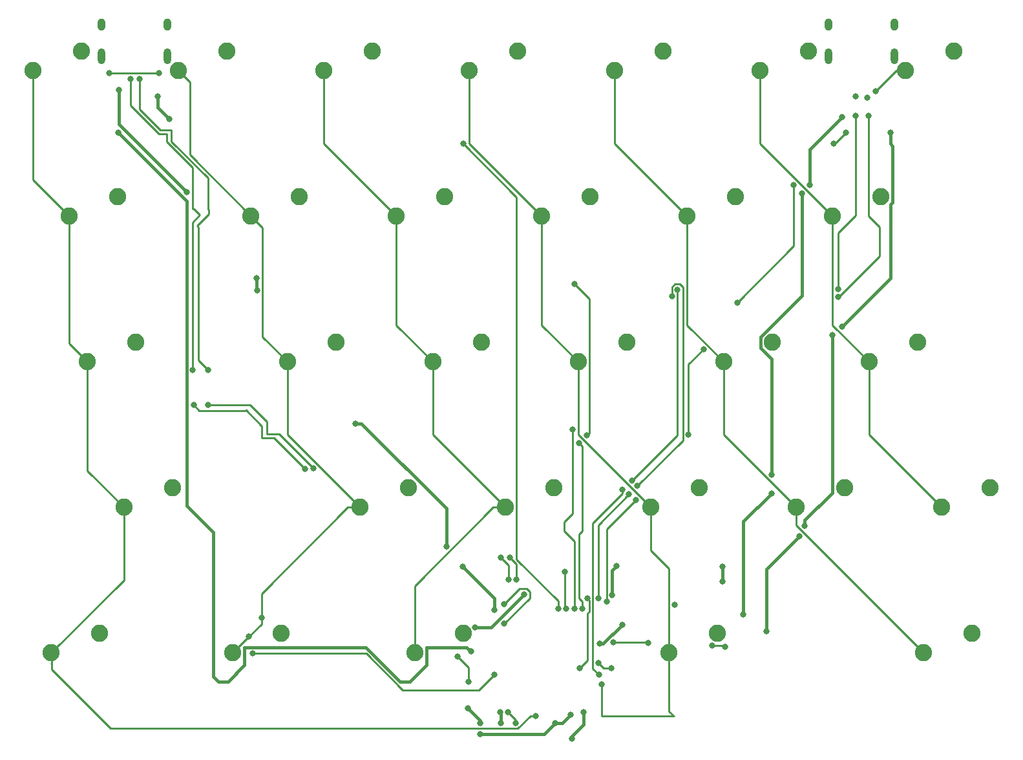
<source format=gbr>
%TF.GenerationSoftware,KiCad,Pcbnew,(5.1.10-1-10_14)*%
%TF.CreationDate,2022-06-17T20:08:22+09:00*%
%TF.ProjectId,pcb-left,7063622d-6c65-4667-942e-6b696361645f,rev?*%
%TF.SameCoordinates,Original*%
%TF.FileFunction,Copper,L1,Top*%
%TF.FilePolarity,Positive*%
%FSLAX46Y46*%
G04 Gerber Fmt 4.6, Leading zero omitted, Abs format (unit mm)*
G04 Created by KiCad (PCBNEW (5.1.10-1-10_14)) date 2022-06-17 20:08:22*
%MOMM*%
%LPD*%
G01*
G04 APERTURE LIST*
%TA.AperFunction,ComponentPad*%
%ADD10C,2.250000*%
%TD*%
%TA.AperFunction,ComponentPad*%
%ADD11O,1.000000X2.100000*%
%TD*%
%TA.AperFunction,ComponentPad*%
%ADD12O,1.000000X1.600000*%
%TD*%
%TA.AperFunction,ViaPad*%
%ADD13C,0.800000*%
%TD*%
%TA.AperFunction,Conductor*%
%ADD14C,0.254000*%
%TD*%
%TA.AperFunction,Conductor*%
%ADD15C,0.381000*%
%TD*%
%TA.AperFunction,Conductor*%
%ADD16C,0.250000*%
%TD*%
G04 APERTURE END LIST*
D10*
%TO.P,MX19,2*%
%TO.N,Net-(D19-Pad2)*%
X125571250Y-97313750D03*
%TO.P,MX19,1*%
%TO.N,col3*%
X119221250Y-99853750D03*
%TD*%
%TO.P,MX28,2*%
%TO.N,Net-(D28-Pad2)*%
X154146250Y-78263750D03*
%TO.P,MX28,1*%
%TO.N,col5*%
X147796250Y-80803750D03*
%TD*%
%TO.P,MX27,2*%
%TO.N,Net-(D27-Pad2)*%
X149383750Y-59213750D03*
%TO.P,MX27,1*%
%TO.N,col5*%
X143033750Y-61753750D03*
%TD*%
%TO.P,MX30,2*%
%TO.N,Net-(D30-Pad2)*%
X158908750Y-40163750D03*
%TO.P,MX30,1*%
%TO.N,col6*%
X152558750Y-42703750D03*
%TD*%
%TO.P,MX20,2*%
%TO.N,Net-(D20-Pad2)*%
X127952500Y-116363750D03*
%TO.P,MX20,1*%
%TO.N,col3*%
X121602500Y-118903750D03*
%TD*%
%TO.P,MX15,2*%
%TO.N,Net-(D15-Pad2)*%
X94615000Y-116363750D03*
%TO.P,MX15,1*%
%TO.N,col2*%
X88265000Y-118903750D03*
%TD*%
%TO.P,MX21,2*%
%TO.N,Net-(D21-Pad2)*%
X120808750Y-40163750D03*
%TO.P,MX21,1*%
%TO.N,col4*%
X114458750Y-42703750D03*
%TD*%
D11*
%TO.P,USB2,13*%
%TO.N,GND*%
X142492000Y-40816000D03*
X151132000Y-40816000D03*
D12*
X142492000Y-36636000D03*
X151132000Y-36636000D03*
%TD*%
D11*
%TO.P,USB1,13*%
%TO.N,GND*%
X47242000Y-40816000D03*
X55882000Y-40816000D03*
D12*
X47242000Y-36636000D03*
X55882000Y-36636000D03*
%TD*%
D10*
%TO.P,MX29,2*%
%TO.N,Net-(D29-Pad2)*%
X163671250Y-97313750D03*
%TO.P,MX29,1*%
%TO.N,col5*%
X157321250Y-99853750D03*
%TD*%
%TO.P,MX26,2*%
%TO.N,Net-(D26-Pad2)*%
X139858750Y-40163750D03*
%TO.P,MX26,1*%
%TO.N,col5*%
X133508750Y-42703750D03*
%TD*%
%TO.P,MX25,2*%
%TO.N,Net-(D25-Pad2)*%
X161290000Y-116363750D03*
%TO.P,MX25,1*%
%TO.N,col4*%
X154940000Y-118903750D03*
%TD*%
%TO.P,MX24,2*%
%TO.N,Net-(D24-Pad2)*%
X144621250Y-97313750D03*
%TO.P,MX24,1*%
%TO.N,col4*%
X138271250Y-99853750D03*
%TD*%
%TO.P,MX23,2*%
%TO.N,Net-(D23-Pad2)*%
X135096250Y-78263750D03*
%TO.P,MX23,1*%
%TO.N,col4*%
X128746250Y-80803750D03*
%TD*%
%TO.P,MX22,2*%
%TO.N,Net-(D22-Pad2)*%
X130333750Y-59213750D03*
%TO.P,MX22,1*%
%TO.N,col4*%
X123983750Y-61753750D03*
%TD*%
%TO.P,MX18,2*%
%TO.N,Net-(D18-Pad2)*%
X116046250Y-78263750D03*
%TO.P,MX18,1*%
%TO.N,col3*%
X109696250Y-80803750D03*
%TD*%
%TO.P,MX17,2*%
%TO.N,Net-(D17-Pad2)*%
X111283750Y-59213750D03*
%TO.P,MX17,1*%
%TO.N,col3*%
X104933750Y-61753750D03*
%TD*%
%TO.P,MX16,2*%
%TO.N,Net-(D16-Pad2)*%
X101758750Y-40163750D03*
%TO.P,MX16,1*%
%TO.N,col3*%
X95408750Y-42703750D03*
%TD*%
%TO.P,MX14,2*%
%TO.N,Net-(D14-Pad2)*%
X106521250Y-97313750D03*
%TO.P,MX14,1*%
%TO.N,col2*%
X100171250Y-99853750D03*
%TD*%
%TO.P,MX13,2*%
%TO.N,Net-(D13-Pad2)*%
X96996250Y-78263750D03*
%TO.P,MX13,1*%
%TO.N,col2*%
X90646250Y-80803750D03*
%TD*%
%TO.P,MX12,2*%
%TO.N,Net-(D12-Pad2)*%
X92233750Y-59213750D03*
%TO.P,MX12,1*%
%TO.N,col2*%
X85883750Y-61753750D03*
%TD*%
%TO.P,MX11,2*%
%TO.N,Net-(D11-Pad2)*%
X82708750Y-40163750D03*
%TO.P,MX11,1*%
%TO.N,col2*%
X76358750Y-42703750D03*
%TD*%
%TO.P,MX10,2*%
%TO.N,Net-(D10-Pad2)*%
X70802500Y-116363750D03*
%TO.P,MX10,1*%
%TO.N,col1*%
X64452500Y-118903750D03*
%TD*%
%TO.P,MX9,2*%
%TO.N,Net-(D9-Pad2)*%
X87471250Y-97313750D03*
%TO.P,MX9,1*%
%TO.N,col1*%
X81121250Y-99853750D03*
%TD*%
%TO.P,MX8,2*%
%TO.N,Net-(D8-Pad2)*%
X77946250Y-78263750D03*
%TO.P,MX8,1*%
%TO.N,col1*%
X71596250Y-80803750D03*
%TD*%
%TO.P,MX7,2*%
%TO.N,Net-(D7-Pad2)*%
X73183750Y-59213750D03*
%TO.P,MX7,1*%
%TO.N,col1*%
X66833750Y-61753750D03*
%TD*%
%TO.P,MX6,2*%
%TO.N,Net-(D6-Pad2)*%
X63658750Y-40163750D03*
%TO.P,MX6,1*%
%TO.N,col1*%
X57308750Y-42703750D03*
%TD*%
%TO.P,MX5,2*%
%TO.N,Net-(D5-Pad2)*%
X46990000Y-116363750D03*
%TO.P,MX5,1*%
%TO.N,col0*%
X40640000Y-118903750D03*
%TD*%
%TO.P,MX4,2*%
%TO.N,Net-(D4-Pad2)*%
X56515000Y-97313750D03*
%TO.P,MX4,1*%
%TO.N,col0*%
X50165000Y-99853750D03*
%TD*%
%TO.P,MX3,2*%
%TO.N,Net-(D3-Pad2)*%
X51752500Y-78263750D03*
%TO.P,MX3,1*%
%TO.N,col0*%
X45402500Y-80803750D03*
%TD*%
%TO.P,MX2,2*%
%TO.N,Net-(D2-Pad2)*%
X49371250Y-59213750D03*
%TO.P,MX2,1*%
%TO.N,col0*%
X43021250Y-61753750D03*
%TD*%
%TO.P,MX1,2*%
%TO.N,Net-(D1-Pad2)*%
X44608750Y-40163750D03*
%TO.P,MX1,1*%
%TO.N,col0*%
X38258750Y-42703750D03*
%TD*%
D13*
%TO.N,GND*%
X48260000Y-43053000D03*
X54737000Y-43053000D03*
X54627817Y-46083183D03*
X56134000Y-49022000D03*
X49403000Y-50800000D03*
X95631000Y-118761926D03*
X110363000Y-126654849D03*
X102616000Y-111252000D03*
X96144929Y-115566912D03*
X150622000Y-50836000D03*
X144244903Y-76227097D03*
X143002000Y-77343000D03*
X139371278Y-102309722D03*
X138663472Y-103652528D03*
X134375490Y-116087490D03*
X99568000Y-128104849D03*
X99456997Y-126654849D03*
X108876866Y-130175000D03*
%TO.N,+5V*%
X106680000Y-128104849D03*
X115493673Y-115208106D03*
X112522000Y-117729000D03*
X144272000Y-48768000D03*
X140022153Y-57716847D03*
X138996847Y-58742153D03*
X135037403Y-95594597D03*
X135001000Y-98044000D03*
X131318000Y-113919000D03*
X49530000Y-45212000D03*
X58420000Y-58610500D03*
X67564000Y-69886000D03*
X67599849Y-71437500D03*
X80518000Y-88900000D03*
X92417852Y-104990852D03*
X94551500Y-107604849D03*
X98727501Y-113301499D03*
X108719717Y-127025061D03*
X122329500Y-112620500D03*
X96837500Y-129558850D03*
X96837500Y-128104849D03*
X95250000Y-126206250D03*
X128587500Y-107604849D03*
X128587500Y-109537500D03*
X114138000Y-111379000D03*
X114709501Y-107540499D03*
%TO.N,Net-(C5-Pad1)*%
X114046000Y-120904000D03*
X112325433Y-120211567D03*
%TO.N,row0*%
X107079661Y-113164921D03*
X94615000Y-52286000D03*
%TO.N,row1*%
X109220000Y-70612000D03*
X110843903Y-90451097D03*
X109818597Y-91476403D03*
X110236000Y-113111354D03*
%TO.N,row2*%
X108967000Y-89661000D03*
X109220000Y-113091998D03*
%TO.N,row3*%
X107950000Y-108331000D03*
X108077000Y-113091998D03*
%TO.N,col0*%
X104128382Y-127202118D03*
%TO.N,col1*%
X68199000Y-114300000D03*
X98669524Y-121742001D03*
X67056000Y-118966809D03*
X66563875Y-116792375D03*
%TO.N,col2*%
X93890000Y-119380000D03*
X95340000Y-122682000D03*
%TO.N,col3*%
X112803048Y-123002913D03*
%TO.N,col6*%
X113411000Y-112204500D03*
X117216347Y-98874153D03*
X124136001Y-90386000D03*
X126106347Y-79189153D03*
X130556000Y-73062986D03*
X137949097Y-57694403D03*
X143192500Y-52286000D03*
X144780000Y-50800000D03*
X148651739Y-45402500D03*
%TO.N,SD-*%
X146050000Y-46101000D03*
X146050000Y-48641000D03*
X143758750Y-71336000D03*
X122682000Y-71374000D03*
X116749403Y-96356597D03*
X115443000Y-97536000D03*
X112395000Y-121793000D03*
%TO.N,SD+*%
X147574000Y-46228000D03*
X147701000Y-48641000D03*
X143764413Y-72335986D03*
X121955000Y-72263000D03*
X117456511Y-97063705D03*
X116332000Y-98171000D03*
X112325432Y-111753749D03*
X110871432Y-111753749D03*
X109855000Y-120904000D03*
%TO.N,D-*%
X59182000Y-81915000D03*
X51054000Y-43815000D03*
%TO.N,Net-(R5-Pad1)*%
X100599997Y-109347000D03*
X99568000Y-106426000D03*
X73914000Y-94869000D03*
X59309000Y-86487000D03*
%TO.N,D+*%
X52197000Y-43815000D03*
X61214000Y-81915000D03*
%TO.N,Net-(R6-Pad1)*%
X61214000Y-86487000D03*
X75020597Y-94778403D03*
X100711000Y-106426000D03*
X101600000Y-109347000D03*
%TO.N,Net-(R7-Pad2)*%
X114322357Y-117497358D03*
X118872000Y-117602000D03*
X127227500Y-117974654D03*
X128905000Y-118110000D03*
%TO.N,Net-(R8-Pad2)*%
X101473000Y-128104849D03*
X100457000Y-126654849D03*
%TO.N,Net-(R9-Pad2)*%
X100012500Y-112510999D03*
X100012500Y-115093750D03*
%TD*%
D14*
%TO.N,GND*%
X48260000Y-43053000D02*
X54737000Y-43053000D01*
D15*
X54627817Y-47515817D02*
X56134000Y-49022000D01*
X54627817Y-46083183D02*
X54627817Y-47515817D01*
X89780501Y-118176309D02*
X95045383Y-118176309D01*
X89780501Y-120531191D02*
X89780501Y-118176309D01*
X86387559Y-122709251D02*
X87602441Y-122709251D01*
X87602441Y-122709251D02*
X89780501Y-120531191D01*
X65968001Y-118176309D02*
X81854617Y-118176309D01*
X65968001Y-120531191D02*
X65968001Y-118176309D01*
X81854617Y-118176309D02*
X86387559Y-122709251D01*
X49403000Y-50800000D02*
X58391499Y-59788499D01*
X58391499Y-99630085D02*
X61916999Y-103155585D01*
X61916999Y-103155585D02*
X61916999Y-122051191D01*
X62575059Y-122709251D02*
X63789941Y-122709251D01*
X95045383Y-118176309D02*
X95631000Y-118761926D01*
X61916999Y-122051191D02*
X62575059Y-122709251D01*
X63789941Y-122709251D02*
X65968001Y-120531191D01*
X58391499Y-59788499D02*
X58391499Y-99630085D01*
X98301088Y-115566912D02*
X96144929Y-115566912D01*
X102616000Y-111252000D02*
X98301088Y-115566912D01*
X150622000Y-50836000D02*
X150622000Y-52286000D01*
X150899251Y-52563251D02*
X150899251Y-59941191D01*
X150622000Y-52286000D02*
X150899251Y-52563251D01*
X150622000Y-69850000D02*
X144244903Y-76227097D01*
X150622000Y-60218442D02*
X150622000Y-69850000D01*
X150899251Y-59941191D02*
X150622000Y-60218442D01*
X143002000Y-77343000D02*
X143002000Y-88936000D01*
X139371278Y-101574808D02*
X139371278Y-102309722D01*
X143002000Y-97944086D02*
X139371278Y-101574808D01*
X143002000Y-88936000D02*
X143002000Y-97944086D01*
X138663472Y-103652528D02*
X134375490Y-107940510D01*
X134375490Y-107940510D02*
X134375490Y-116087490D01*
X99568000Y-126765852D02*
X99456997Y-126654849D01*
X99568000Y-128104849D02*
X99568000Y-126765852D01*
X110363000Y-128315546D02*
X108876866Y-129801680D01*
X110363000Y-126654849D02*
X110363000Y-128315546D01*
%TO.N,+5V*%
X112972779Y-117729000D02*
X112522000Y-117729000D01*
X115493673Y-115208106D02*
X112972779Y-117729000D01*
X140022153Y-53017847D02*
X140022153Y-57716847D01*
X144272000Y-48768000D02*
X140022153Y-53017847D01*
X135037403Y-80447845D02*
X135037403Y-95594597D01*
X133580749Y-78991191D02*
X135037403Y-80447845D01*
X133580749Y-77536309D02*
X133580749Y-78991191D01*
X138996847Y-72120211D02*
X133580749Y-77536309D01*
X138996847Y-58742153D02*
X138996847Y-72120211D01*
X135001000Y-98044000D02*
X131341500Y-101703500D01*
X131341500Y-113895500D02*
X131318000Y-113919000D01*
X131341500Y-101703500D02*
X131341500Y-113895500D01*
X49530000Y-49720500D02*
X58420000Y-58610500D01*
X49530000Y-45212000D02*
X49530000Y-49720500D01*
X67564000Y-71401651D02*
X67599849Y-71437500D01*
X67564000Y-69886000D02*
X67564000Y-71401651D01*
X92417852Y-100017410D02*
X92417852Y-104990852D01*
X81300442Y-88900000D02*
X92417852Y-100017410D01*
X80518000Y-88900000D02*
X81300442Y-88900000D01*
X98727501Y-111780850D02*
X98727501Y-113301499D01*
X94551500Y-107604849D02*
X98727501Y-111780850D01*
X107639929Y-128104849D02*
X108719717Y-127025061D01*
X106680000Y-128104849D02*
X107639929Y-128104849D01*
X105225999Y-129558850D02*
X96837500Y-129558850D01*
X106680000Y-128104849D02*
X105225999Y-129558850D01*
X96837500Y-127793750D02*
X95250000Y-126206250D01*
X96837500Y-128104849D02*
X96837500Y-127793750D01*
X128587500Y-107604849D02*
X128587500Y-109537500D01*
X114138000Y-108112000D02*
X114709501Y-107540499D01*
X114138000Y-111379000D02*
X114138000Y-108112000D01*
D14*
%TO.N,Net-(C5-Pad1)*%
X113017866Y-120904000D02*
X112325433Y-120211567D01*
X114046000Y-120904000D02*
X113017866Y-120904000D01*
%TO.N,row0*%
X101623251Y-106696184D02*
X101623251Y-59294251D01*
X107079661Y-112152594D02*
X101623251Y-106696184D01*
X101623251Y-59294251D02*
X94615000Y-52286000D01*
X107079661Y-113164921D02*
X107079661Y-112152594D01*
%TO.N,row1*%
X111148251Y-90146749D02*
X110843903Y-90451097D01*
X111148251Y-72540251D02*
X111148251Y-90146749D01*
X109220000Y-70612000D02*
X111148251Y-72540251D01*
X110263251Y-102970711D02*
X109836170Y-103397792D01*
X110263251Y-91921057D02*
X110263251Y-102970711D01*
X109818597Y-91476403D02*
X110263251Y-91921057D01*
X109836170Y-111794449D02*
X109836170Y-103397792D01*
X110236000Y-112194279D02*
X109836170Y-111794449D01*
X110236000Y-113111354D02*
X110236000Y-112194279D01*
%TO.N,row2*%
X107859249Y-101816789D02*
X108967000Y-100709038D01*
X107859249Y-102970711D02*
X107859249Y-101816789D01*
X108967000Y-100709038D02*
X108967000Y-89661000D01*
X109220000Y-104331462D02*
X107859249Y-102970711D01*
X109220000Y-113091998D02*
X109220000Y-104331462D01*
%TO.N,row3*%
X107950000Y-112964998D02*
X107823000Y-113091998D01*
X107950000Y-108331000D02*
X107950000Y-112964998D01*
D16*
%TO.N,col0*%
X38258750Y-56991250D02*
X43021250Y-61753750D01*
X38258750Y-42703750D02*
X38258750Y-56991250D01*
X43021250Y-78422500D02*
X45402500Y-80803750D01*
X43021250Y-61753750D02*
X43021250Y-78422500D01*
X45402500Y-95091250D02*
X50165000Y-99853750D01*
X45402500Y-80803750D02*
X45402500Y-95091250D01*
X50165000Y-109378750D02*
X40640000Y-118903750D01*
X50165000Y-99853750D02*
X50165000Y-109378750D01*
D14*
X104128382Y-127202118D02*
X103429882Y-127202118D01*
X48403166Y-128831850D02*
X40703500Y-121132184D01*
X101800150Y-128831850D02*
X48403166Y-128831850D01*
X103429882Y-127202118D02*
X101800150Y-128831850D01*
X40703500Y-120396000D02*
X40663251Y-120355751D01*
X40703500Y-121132184D02*
X40703500Y-120396000D01*
X40703500Y-118967250D02*
X40640000Y-118903750D01*
X40703500Y-120396000D02*
X40703500Y-118967250D01*
D16*
%TO.N,col1*%
X79530260Y-99853750D02*
X81121250Y-99853750D01*
X68200151Y-111183859D02*
X79530260Y-99853750D01*
X71596250Y-90328750D02*
X71596250Y-80803750D01*
X81121250Y-99853750D02*
X71596250Y-90328750D01*
X68324849Y-63244849D02*
X66833750Y-61753750D01*
X68324849Y-77532349D02*
X68324849Y-63244849D01*
X71596250Y-80803750D02*
X68324849Y-77532349D01*
X58799849Y-44194849D02*
X57308750Y-42703750D01*
X58799849Y-53719849D02*
X58799849Y-44194849D01*
X66833750Y-61753750D02*
X58799849Y-53719849D01*
D14*
X68200151Y-114298849D02*
X68199000Y-114300000D01*
D16*
X68200151Y-115156099D02*
X68200151Y-114298849D01*
X68200151Y-114298849D02*
X68200151Y-111183859D01*
D14*
X81913249Y-118966809D02*
X67056000Y-118966809D01*
X86711091Y-123764651D02*
X81913249Y-118966809D01*
X96646874Y-123764651D02*
X86711091Y-123764651D01*
X98669524Y-121742001D02*
X96646874Y-123764651D01*
D16*
X66563875Y-116792375D02*
X68200151Y-115156099D01*
X64452500Y-118903750D02*
X66563875Y-116792375D01*
%TO.N,col2*%
X76358750Y-52228750D02*
X85883750Y-61753750D01*
X76358750Y-42703750D02*
X76358750Y-52228750D01*
X85883750Y-76041250D02*
X90646250Y-80803750D01*
X85883750Y-61753750D02*
X85883750Y-76041250D01*
X90646250Y-90328750D02*
X100171250Y-99853750D01*
X90646250Y-80803750D02*
X90646250Y-90328750D01*
X88265000Y-110169010D02*
X88265000Y-118903750D01*
X98580260Y-99853750D02*
X88265000Y-110169010D01*
X100171250Y-99853750D02*
X98580260Y-99853750D01*
D14*
X95340000Y-120830000D02*
X95340000Y-122682000D01*
X93890000Y-119380000D02*
X95340000Y-120830000D01*
D16*
%TO.N,col3*%
X95408750Y-52228750D02*
X104933750Y-61753750D01*
X95408750Y-42703750D02*
X95408750Y-52228750D01*
X104933750Y-76041250D02*
X109696250Y-80803750D01*
X104933750Y-61753750D02*
X104933750Y-76041250D01*
X109696250Y-90328750D02*
X119221250Y-99853750D01*
X109696250Y-80803750D02*
X109696250Y-90328750D01*
D14*
X121602500Y-107886500D02*
X119221250Y-105505250D01*
X121602500Y-118903750D02*
X121602500Y-107886500D01*
D16*
X119221250Y-99853750D02*
X119221250Y-105505250D01*
D14*
X112803048Y-123002913D02*
X112803048Y-127214397D01*
X112803048Y-127214397D02*
X122261397Y-127214397D01*
X121602500Y-126555500D02*
X121602500Y-118903750D01*
X122261397Y-127214397D02*
X121602500Y-126555500D01*
D16*
%TO.N,col4*%
X114458750Y-52228750D02*
X123983750Y-61753750D01*
X114458750Y-42703750D02*
X114458750Y-52228750D01*
X123983750Y-76041250D02*
X128746250Y-80803750D01*
X123983750Y-61753750D02*
X123983750Y-76041250D01*
X128746250Y-90328750D02*
X138271250Y-99853750D01*
X128746250Y-80803750D02*
X128746250Y-90328750D01*
X138271250Y-102235000D02*
X154940000Y-118903750D01*
X138271250Y-99853750D02*
X138271250Y-102235000D01*
%TO.N,col5*%
X133508750Y-52228750D02*
X143033750Y-61753750D01*
X133508750Y-42703750D02*
X133508750Y-52228750D01*
X143033750Y-76041250D02*
X147796250Y-80803750D01*
X143033750Y-61753750D02*
X143033750Y-76041250D01*
X147796250Y-90328750D02*
X147796250Y-80803750D01*
X157321250Y-99853750D02*
X147796250Y-90328750D01*
D14*
%TO.N,col6*%
X113411000Y-102679500D02*
X117216347Y-98874153D01*
X113411000Y-112204500D02*
X113411000Y-102679500D01*
X124136001Y-81159499D02*
X126106347Y-79189153D01*
X124136001Y-90386000D02*
X124136001Y-81159499D01*
X137949097Y-65669889D02*
X137949097Y-57694403D01*
X130556000Y-73062986D02*
X137949097Y-65669889D01*
X143294000Y-52286000D02*
X144780000Y-50800000D01*
X143192500Y-52286000D02*
X143294000Y-52286000D01*
X151350489Y-42703750D02*
X152558750Y-42703750D01*
X148651739Y-45402500D02*
X151350489Y-42703750D01*
%TO.N,SD-*%
X146079909Y-46071091D02*
X146050000Y-46101000D01*
X143758750Y-63943816D02*
X143758750Y-71336000D01*
X146050000Y-61652566D02*
X143758750Y-63943816D01*
X146050000Y-48641000D02*
X146050000Y-61652566D01*
X122682000Y-90424000D02*
X116749403Y-96356597D01*
X122682000Y-71374000D02*
X122682000Y-90424000D01*
X111598432Y-120996432D02*
X112395000Y-121793000D01*
X111598432Y-101946253D02*
X111598432Y-120996432D01*
X115443000Y-98101685D02*
X111598432Y-101946253D01*
X115443000Y-97536000D02*
X115443000Y-98101685D01*
X145846216Y-45897216D02*
X146050000Y-46101000D01*
%TO.N,SD+*%
X147572721Y-46226721D02*
X147574000Y-46228000D01*
X143834726Y-72335986D02*
X143764413Y-72335986D01*
X147701000Y-61716066D02*
X149164651Y-63179717D01*
X149164651Y-67006061D02*
X143834726Y-72335986D01*
X149164651Y-63179717D02*
X149164651Y-67006061D01*
X147701000Y-48641000D02*
X147701000Y-61716066D01*
X123409001Y-91111215D02*
X117456511Y-97063705D01*
X123409001Y-71025039D02*
X123409001Y-91111215D01*
X123030961Y-70646999D02*
X123409001Y-71025039D01*
X122333039Y-70646999D02*
X123030961Y-70646999D01*
X121955000Y-71025038D02*
X122333039Y-70646999D01*
X121955000Y-72263000D02*
X121955000Y-71025038D01*
X112325432Y-102177568D02*
X112325432Y-111753749D01*
X116332000Y-98171000D02*
X112325432Y-102177568D01*
X110871432Y-119887568D02*
X109855000Y-120904000D01*
X110934932Y-113728068D02*
X111144422Y-113518578D01*
X110871432Y-113728068D02*
X110934932Y-113728068D01*
X110871432Y-113728068D02*
X110871432Y-119887568D01*
X111144422Y-112026739D02*
X110871432Y-111753749D01*
X111144422Y-113518578D02*
X111144422Y-112026739D01*
%TO.N,D-*%
X54769075Y-50970379D02*
X51054000Y-47255304D01*
X51054000Y-47255304D02*
X51054000Y-43815000D01*
X55779098Y-51980402D02*
X55779098Y-50970379D01*
X55779098Y-50970379D02*
X54769075Y-50970379D01*
X59182000Y-55383304D02*
X55779098Y-51980402D01*
X59182000Y-60769500D02*
X59309000Y-60769500D01*
X59182000Y-60769500D02*
X59182000Y-55383304D01*
X59309000Y-60769500D02*
X60134500Y-61595000D01*
X60134500Y-61595000D02*
X59182000Y-62547500D01*
X59182000Y-81915000D02*
X59182000Y-62547500D01*
%TO.N,Net-(R5-Pad1)*%
X100599997Y-107457997D02*
X99568000Y-106426000D01*
X100599997Y-109347000D02*
X100599997Y-107457997D01*
X68262500Y-90805000D02*
X69850000Y-90805000D01*
X68262500Y-89217500D02*
X68262500Y-90805000D01*
X66167000Y-87122000D02*
X68262500Y-89217500D01*
X60036001Y-87214001D02*
X66074999Y-87214001D01*
X66074999Y-87214001D02*
X66167000Y-87122000D01*
X69850000Y-90805000D02*
X73914000Y-94869000D01*
X59309000Y-86487000D02*
X60036001Y-87214001D01*
%TO.N,D+*%
X52197000Y-43815000D02*
X52197000Y-47756238D01*
X56417631Y-51976869D02*
X56417631Y-50512131D01*
X56417631Y-51976869D02*
X61214000Y-56773238D01*
X56417631Y-50512131D02*
X56413393Y-50516369D01*
X56413393Y-50516369D02*
X54957131Y-50516369D01*
X52197000Y-47756238D02*
X54957131Y-50516369D01*
X61214000Y-60896500D02*
X61277500Y-60896500D01*
X61214000Y-56773238D02*
X61214000Y-60896500D01*
X61277500Y-60896500D02*
X61277500Y-61468000D01*
X61277500Y-61468000D02*
X59753500Y-62992000D01*
X59909001Y-80610001D02*
X61214000Y-81915000D01*
X59909001Y-63147501D02*
X59909001Y-80610001D01*
X59753500Y-62992000D02*
X59909001Y-63147501D01*
%TO.N,Net-(R6-Pad1)*%
X61214000Y-86487000D02*
X66729194Y-86487000D01*
X101600000Y-107315000D02*
X101600000Y-109347000D01*
X100711000Y-106426000D02*
X101600000Y-107315000D01*
X68924597Y-89698403D02*
X68897500Y-89725500D01*
X68924597Y-88682403D02*
X68924597Y-89698403D01*
X66729194Y-86487000D02*
X68924597Y-88682403D01*
X68902153Y-90301653D02*
X70543847Y-90301653D01*
X68897500Y-89725500D02*
X68897500Y-90297000D01*
X68897500Y-90297000D02*
X68902153Y-90301653D01*
X70543847Y-90301653D02*
X75020597Y-94778403D01*
%TO.N,Net-(R7-Pad2)*%
X118767358Y-117497358D02*
X118872000Y-117602000D01*
X114322357Y-117497358D02*
X118767358Y-117497358D01*
X128769654Y-117974654D02*
X128905000Y-118110000D01*
X127227500Y-117974654D02*
X128769654Y-117974654D01*
%TO.N,Net-(R8-Pad2)*%
X101473000Y-127670849D02*
X100457000Y-126654849D01*
X101473000Y-128104849D02*
X101473000Y-127670849D01*
%TO.N,Net-(R9-Pad2)*%
X101998500Y-110524999D02*
X102964961Y-110524999D01*
X103343001Y-110903039D02*
X103343001Y-111763249D01*
X103343001Y-111763249D02*
X100012500Y-115093750D01*
X102964961Y-110524999D02*
X103343001Y-110903039D01*
X100012500Y-112510999D02*
X101998500Y-110524999D01*
%TD*%
M02*

</source>
